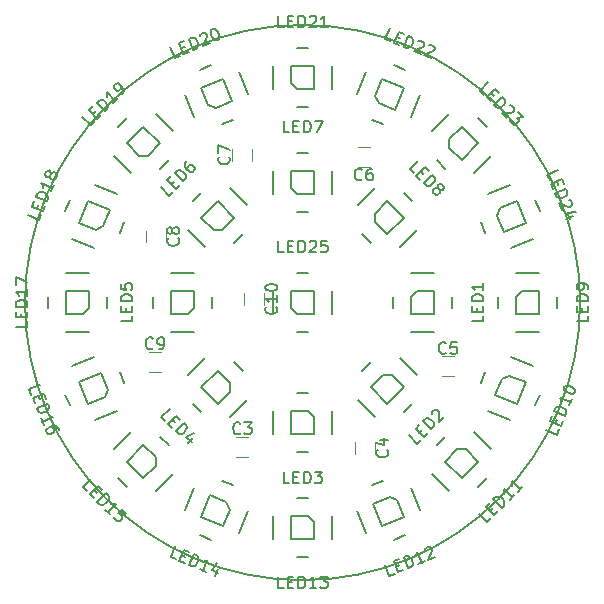
<source format=gbr>
%TF.GenerationSoftware,KiCad,Pcbnew,4.0.7+dfsg1-1*%
%TF.CreationDate,2018-03-01T17:25:55+01:00*%
%TF.ProjectId,ARC-Reactor,4152432D52656163746F722E6B696361,rev?*%
%TF.FileFunction,Legend,Top*%
%FSLAX46Y46*%
G04 Gerber Fmt 4.6, Leading zero omitted, Abs format (unit mm)*
G04 Created by KiCad (PCBNEW 4.0.7+dfsg1-1) date Thu Mar  1 17:25:55 2018*
%MOMM*%
%LPD*%
G01*
G04 APERTURE LIST*
%ADD10C,0.150000*%
%ADD11C,0.200000*%
%ADD12C,0.120000*%
G04 APERTURE END LIST*
D10*
X123500000Y-100000000D02*
G75*
G03X123500000Y-100000000I-23500000J0D01*
G01*
D11*
X111159999Y-98999999D02*
X111159999Y-100999999D01*
X111159999Y-100999999D02*
X109159999Y-100999999D01*
X109159999Y-100999999D02*
X109159999Y-99499999D01*
X109159999Y-99499999D02*
X109659999Y-98999999D01*
X109659999Y-98999999D02*
X111159999Y-98999999D01*
X111159999Y-97499999D02*
X109159999Y-97499999D01*
X107659999Y-99499999D02*
X107659999Y-100499999D01*
X111159999Y-102499999D02*
X109159999Y-102499999D01*
X112659999Y-99499999D02*
X112659999Y-100499999D01*
X108598418Y-107184204D02*
X107184204Y-108598418D01*
X107184204Y-108598418D02*
X105769990Y-107184204D01*
X105769990Y-107184204D02*
X106830651Y-106123544D01*
X106830651Y-106123544D02*
X107537757Y-106123544D01*
X107537757Y-106123544D02*
X108598418Y-107184204D01*
X109659078Y-106123544D02*
X108244864Y-104709330D01*
X105769990Y-105062884D02*
X105062884Y-105769990D01*
X106123544Y-109659078D02*
X104709330Y-108244864D01*
X109305524Y-108598418D02*
X108598418Y-109305524D01*
X100999999Y-111159999D02*
X98999999Y-111159999D01*
X98999999Y-111159999D02*
X98999999Y-109159999D01*
X98999999Y-109159999D02*
X100499999Y-109159999D01*
X100499999Y-109159999D02*
X100999999Y-109659999D01*
X100999999Y-109659999D02*
X100999999Y-111159999D01*
X102499999Y-111159999D02*
X102499999Y-109159999D01*
X100499999Y-107659999D02*
X99499999Y-107659999D01*
X97499999Y-111159999D02*
X97499999Y-109159999D01*
X100499999Y-112659999D02*
X99499999Y-112659999D01*
X92815795Y-108598418D02*
X91401581Y-107184204D01*
X91401581Y-107184204D02*
X92815795Y-105769990D01*
X92815795Y-105769990D02*
X93876455Y-106830651D01*
X93876455Y-106830651D02*
X93876455Y-107537757D01*
X93876455Y-107537757D02*
X92815795Y-108598418D01*
X93876455Y-109659078D02*
X95290669Y-108244864D01*
X94937115Y-105769990D02*
X94230009Y-105062884D01*
X90340921Y-106123544D02*
X91755135Y-104709330D01*
X91401581Y-109305524D02*
X90694475Y-108598418D01*
X88839999Y-100999999D02*
X88839999Y-98999999D01*
X88839999Y-98999999D02*
X90839999Y-98999999D01*
X90839999Y-98999999D02*
X90839999Y-100499999D01*
X90839999Y-100499999D02*
X90339999Y-100999999D01*
X90339999Y-100999999D02*
X88839999Y-100999999D01*
X88839999Y-102499999D02*
X90839999Y-102499999D01*
X92339999Y-100499999D02*
X92339999Y-99499999D01*
X88839999Y-97499999D02*
X90839999Y-97499999D01*
X87339999Y-100499999D02*
X87339999Y-99499999D01*
X91401581Y-92815795D02*
X92815795Y-91401581D01*
X92815795Y-91401581D02*
X94230009Y-92815795D01*
X94230009Y-92815795D02*
X93169348Y-93876455D01*
X93169348Y-93876455D02*
X92462242Y-93876455D01*
X92462242Y-93876455D02*
X91401581Y-92815795D01*
X90340921Y-93876455D02*
X91755135Y-95290669D01*
X94230009Y-94937115D02*
X94937115Y-94230009D01*
X93876455Y-90340921D02*
X95290669Y-91755135D01*
X90694475Y-91401581D02*
X91401581Y-90694475D01*
X98999999Y-88839999D02*
X100999999Y-88839999D01*
X100999999Y-88839999D02*
X100999999Y-90839999D01*
X100999999Y-90839999D02*
X99499999Y-90839999D01*
X99499999Y-90839999D02*
X98999999Y-90339999D01*
X98999999Y-90339999D02*
X98999999Y-88839999D01*
X97499999Y-88839999D02*
X97499999Y-90839999D01*
X99499999Y-92339999D02*
X100499999Y-92339999D01*
X102499999Y-88839999D02*
X102499999Y-90839999D01*
X99499999Y-87339999D02*
X100499999Y-87339999D01*
X107184204Y-91401581D02*
X108598418Y-92815795D01*
X108598418Y-92815795D02*
X107184204Y-94230009D01*
X107184204Y-94230009D02*
X106123544Y-93169348D01*
X106123544Y-93169348D02*
X106123544Y-92462242D01*
X106123544Y-92462242D02*
X107184204Y-91401581D01*
X106123544Y-90340921D02*
X104709330Y-91755135D01*
X105062884Y-94230009D02*
X105769990Y-94937115D01*
X109659078Y-93876455D02*
X108244864Y-95290669D01*
X108598418Y-90694475D02*
X109305524Y-91401581D01*
X120049999Y-98999999D02*
X120049999Y-100999999D01*
X120049999Y-100999999D02*
X118049999Y-100999999D01*
X118049999Y-100999999D02*
X118049999Y-99499999D01*
X118049999Y-99499999D02*
X118549999Y-98999999D01*
X118549999Y-98999999D02*
X120049999Y-98999999D01*
X120049999Y-97499999D02*
X118049999Y-97499999D01*
X116549999Y-99499999D02*
X116549999Y-100499999D01*
X120049999Y-102499999D02*
X118049999Y-102499999D01*
X121549999Y-99499999D02*
X121549999Y-100499999D01*
X118906467Y-106748923D02*
X118141100Y-108596682D01*
X118141100Y-108596682D02*
X116293341Y-107831315D01*
X116293341Y-107831315D02*
X116867366Y-106445496D01*
X116867366Y-106445496D02*
X117520648Y-106174898D01*
X117520648Y-106174898D02*
X118906467Y-106748923D01*
X119480492Y-105363104D02*
X117632733Y-104597737D01*
X115481547Y-105871471D02*
X115098863Y-106795350D01*
X117567075Y-109982501D02*
X115719316Y-109217134D01*
X120100945Y-107784888D02*
X119718261Y-108708767D01*
X114884598Y-113470384D02*
X113470384Y-114884598D01*
X113470384Y-114884598D02*
X112056170Y-113470384D01*
X112056170Y-113470384D02*
X113116831Y-112409724D01*
X113116831Y-112409724D02*
X113823937Y-112409724D01*
X113823937Y-112409724D02*
X114884598Y-113470384D01*
X115945258Y-112409724D02*
X114531044Y-110995510D01*
X112056170Y-111349064D02*
X111349064Y-112056170D01*
X112409724Y-115945258D02*
X110995510Y-114531044D01*
X115591704Y-114884598D02*
X114884598Y-115591704D01*
X108596682Y-118141100D02*
X106748923Y-118906467D01*
X106748923Y-118906467D02*
X105983556Y-117058708D01*
X105983556Y-117058708D02*
X107369375Y-116484683D01*
X107369375Y-116484683D02*
X108022657Y-116755281D01*
X108022657Y-116755281D02*
X108596682Y-118141100D01*
X109982501Y-117567075D02*
X109217134Y-115719316D01*
X106795350Y-115098863D02*
X105871471Y-115481547D01*
X105363104Y-119480492D02*
X104597737Y-117632733D01*
X108708767Y-119718261D02*
X107784888Y-120100945D01*
X100999999Y-120049999D02*
X98999999Y-120049999D01*
X98999999Y-120049999D02*
X98999999Y-118049999D01*
X98999999Y-118049999D02*
X100499999Y-118049999D01*
X100499999Y-118049999D02*
X100999999Y-118549999D01*
X100999999Y-118549999D02*
X100999999Y-120049999D01*
X102499999Y-120049999D02*
X102499999Y-118049999D01*
X100499999Y-116549999D02*
X99499999Y-116549999D01*
X97499999Y-120049999D02*
X97499999Y-118049999D01*
X100499999Y-121549999D02*
X99499999Y-121549999D01*
X93251076Y-118906467D02*
X91403317Y-118141100D01*
X91403317Y-118141100D02*
X92168684Y-116293341D01*
X92168684Y-116293341D02*
X93554503Y-116867366D01*
X93554503Y-116867366D02*
X93825101Y-117520648D01*
X93825101Y-117520648D02*
X93251076Y-118906467D01*
X94636895Y-119480492D02*
X95402262Y-117632733D01*
X94128528Y-115481547D02*
X93204649Y-115098863D01*
X90017498Y-117567075D02*
X90782865Y-115719316D01*
X92215111Y-120100945D02*
X91291232Y-119718261D01*
X86529615Y-114884598D02*
X85115401Y-113470384D01*
X85115401Y-113470384D02*
X86529615Y-112056170D01*
X86529615Y-112056170D02*
X87590275Y-113116831D01*
X87590275Y-113116831D02*
X87590275Y-113823937D01*
X87590275Y-113823937D02*
X86529615Y-114884598D01*
X87590275Y-115945258D02*
X89004489Y-114531044D01*
X88650935Y-112056170D02*
X87943829Y-111349064D01*
X84054741Y-112409724D02*
X85468955Y-110995510D01*
X85115401Y-115591704D02*
X84408295Y-114884598D01*
X81858898Y-108596682D02*
X81093531Y-106748923D01*
X81093531Y-106748923D02*
X82941290Y-105983556D01*
X82941290Y-105983556D02*
X83515315Y-107369375D01*
X83515315Y-107369375D02*
X83244717Y-108022657D01*
X83244717Y-108022657D02*
X81858898Y-108596682D01*
X82432923Y-109982501D02*
X84280682Y-109217134D01*
X84901135Y-106795350D02*
X84518451Y-105871471D01*
X80519506Y-105363104D02*
X82367265Y-104597737D01*
X80281737Y-108708767D02*
X79899053Y-107784888D01*
X79949999Y-100999999D02*
X79949999Y-98999999D01*
X79949999Y-98999999D02*
X81949999Y-98999999D01*
X81949999Y-98999999D02*
X81949999Y-100499999D01*
X81949999Y-100499999D02*
X81449999Y-100999999D01*
X81449999Y-100999999D02*
X79949999Y-100999999D01*
X79949999Y-102499999D02*
X81949999Y-102499999D01*
X83449999Y-100499999D02*
X83449999Y-99499999D01*
X79949999Y-97499999D02*
X81949999Y-97499999D01*
X78449999Y-100499999D02*
X78449999Y-99499999D01*
X81093531Y-93251076D02*
X81858898Y-91403317D01*
X81858898Y-91403317D02*
X83706657Y-92168684D01*
X83706657Y-92168684D02*
X83132632Y-93554503D01*
X83132632Y-93554503D02*
X82479350Y-93825101D01*
X82479350Y-93825101D02*
X81093531Y-93251076D01*
X80519506Y-94636895D02*
X82367265Y-95402262D01*
X84518451Y-94128528D02*
X84901135Y-93204649D01*
X82432923Y-90017498D02*
X84280682Y-90782865D01*
X79899053Y-92215111D02*
X80281737Y-91291232D01*
X85115401Y-86529615D02*
X86529615Y-85115401D01*
X86529615Y-85115401D02*
X87943829Y-86529615D01*
X87943829Y-86529615D02*
X86883168Y-87590275D01*
X86883168Y-87590275D02*
X86176062Y-87590275D01*
X86176062Y-87590275D02*
X85115401Y-86529615D01*
X84054741Y-87590275D02*
X85468955Y-89004489D01*
X87943829Y-88650935D02*
X88650935Y-87943829D01*
X87590275Y-84054741D02*
X89004489Y-85468955D01*
X84408295Y-85115401D02*
X85115401Y-84408295D01*
X91403317Y-81858898D02*
X93251076Y-81093531D01*
X93251076Y-81093531D02*
X94016443Y-82941290D01*
X94016443Y-82941290D02*
X92630624Y-83515315D01*
X92630624Y-83515315D02*
X91977342Y-83244717D01*
X91977342Y-83244717D02*
X91403317Y-81858898D01*
X90017498Y-82432923D02*
X90782865Y-84280682D01*
X93204649Y-84901135D02*
X94128528Y-84518451D01*
X94636895Y-80519506D02*
X95402262Y-82367265D01*
X91291232Y-80281737D02*
X92215111Y-79899053D01*
X98999999Y-79949999D02*
X100999999Y-79949999D01*
X100999999Y-79949999D02*
X100999999Y-81949999D01*
X100999999Y-81949999D02*
X99499999Y-81949999D01*
X99499999Y-81949999D02*
X98999999Y-81449999D01*
X98999999Y-81449999D02*
X98999999Y-79949999D01*
X97499999Y-79949999D02*
X97499999Y-81949999D01*
X99499999Y-83449999D02*
X100499999Y-83449999D01*
X102499999Y-79949999D02*
X102499999Y-81949999D01*
X99499999Y-78449999D02*
X100499999Y-78449999D01*
X106748923Y-81093531D02*
X108596682Y-81858898D01*
X108596682Y-81858898D02*
X107831315Y-83706657D01*
X107831315Y-83706657D02*
X106445496Y-83132632D01*
X106445496Y-83132632D02*
X106174898Y-82479350D01*
X106174898Y-82479350D02*
X106748923Y-81093531D01*
X105363104Y-80519506D02*
X104597737Y-82367265D01*
X105871471Y-84518451D02*
X106795350Y-84901135D01*
X109982501Y-82432923D02*
X109217134Y-84280682D01*
X107784888Y-79899053D02*
X108708767Y-80281737D01*
X113470384Y-85115401D02*
X114884598Y-86529615D01*
X114884598Y-86529615D02*
X113470384Y-87943829D01*
X113470384Y-87943829D02*
X112409724Y-86883168D01*
X112409724Y-86883168D02*
X112409724Y-86176062D01*
X112409724Y-86176062D02*
X113470384Y-85115401D01*
X112409724Y-84054741D02*
X110995510Y-85468955D01*
X111349064Y-87943829D02*
X112056170Y-88650935D01*
X115945258Y-87590275D02*
X114531044Y-89004489D01*
X114884598Y-84408295D02*
X115591704Y-85115401D01*
X118141100Y-91403317D02*
X118906467Y-93251076D01*
X118906467Y-93251076D02*
X117058708Y-94016443D01*
X117058708Y-94016443D02*
X116484683Y-92630624D01*
X116484683Y-92630624D02*
X116755281Y-91977342D01*
X116755281Y-91977342D02*
X118141100Y-91403317D01*
X117567075Y-90017498D02*
X115719316Y-90782865D01*
X115098863Y-93204649D02*
X115481547Y-94128528D01*
X119480492Y-94636895D02*
X117632733Y-95402262D01*
X119718261Y-91291232D02*
X120100945Y-92215111D01*
X99000000Y-99000000D02*
X101000000Y-99000000D01*
X101000000Y-99000000D02*
X101000000Y-101000000D01*
X101000000Y-101000000D02*
X99500000Y-101000000D01*
X99500000Y-101000000D02*
X99000000Y-100500000D01*
X99000000Y-100500000D02*
X99000000Y-99000000D01*
X97500000Y-99000000D02*
X97500000Y-101000000D01*
X99500000Y-102500000D02*
X100500000Y-102500000D01*
X102500000Y-99000000D02*
X102500000Y-101000000D01*
X99500000Y-97500000D02*
X100500000Y-97500000D01*
D12*
X95400000Y-111350000D02*
X94400000Y-111350000D01*
X94400000Y-113050000D02*
X95400000Y-113050000D01*
X106150000Y-112800000D02*
X106150000Y-111800000D01*
X104450000Y-111800000D02*
X104450000Y-112800000D01*
X112800000Y-104550000D02*
X111800000Y-104550000D01*
X111800000Y-106250000D02*
X112800000Y-106250000D01*
X104700000Y-88550000D02*
X105700000Y-88550000D01*
X105700000Y-86850000D02*
X104700000Y-86850000D01*
X94050000Y-87000000D02*
X94050000Y-88000000D01*
X95750000Y-88000000D02*
X95750000Y-87000000D01*
X88450000Y-94900000D02*
X88450000Y-93900000D01*
X86750000Y-93900000D02*
X86750000Y-94900000D01*
X88000000Y-104150000D02*
X87000000Y-104150000D01*
X87000000Y-105850000D02*
X88000000Y-105850000D01*
X96750000Y-100200000D02*
X96750000Y-99200000D01*
X95050000Y-99200000D02*
X95050000Y-100200000D01*
D11*
X115312380Y-101119046D02*
X115312380Y-101595237D01*
X114312380Y-101595237D01*
X114788570Y-100785713D02*
X114788570Y-100452379D01*
X115312380Y-100309522D02*
X115312380Y-100785713D01*
X114312380Y-100785713D01*
X114312380Y-100309522D01*
X115312380Y-99880951D02*
X114312380Y-99880951D01*
X114312380Y-99642856D01*
X114359999Y-99499998D01*
X114455237Y-99404760D01*
X114550475Y-99357141D01*
X114740951Y-99309522D01*
X114883809Y-99309522D01*
X115074285Y-99357141D01*
X115169523Y-99404760D01*
X115264761Y-99499998D01*
X115312380Y-99642856D01*
X115312380Y-99880951D01*
X115312380Y-98357141D02*
X115312380Y-98928570D01*
X115312380Y-98642856D02*
X114312380Y-98642856D01*
X114455237Y-98738094D01*
X114550475Y-98833332D01*
X114598094Y-98928570D01*
X110036202Y-111618773D02*
X109699484Y-111955491D01*
X108992377Y-111248384D01*
X109901514Y-111012682D02*
X110137217Y-110776979D01*
X110608622Y-111046353D02*
X110271904Y-111383071D01*
X109564797Y-110675965D01*
X109901515Y-110339247D01*
X110911667Y-110743308D02*
X110204561Y-110036201D01*
X110372919Y-109867843D01*
X110507607Y-109800499D01*
X110642294Y-109800499D01*
X110743309Y-109834170D01*
X110911667Y-109935185D01*
X111012683Y-110036201D01*
X111113698Y-110204560D01*
X111147370Y-110305575D01*
X111147370Y-110440262D01*
X111080026Y-110574949D01*
X110911667Y-110743308D01*
X110945339Y-109430110D02*
X110945339Y-109362766D01*
X110979011Y-109261751D01*
X111147370Y-109093392D01*
X111248385Y-109059720D01*
X111315729Y-109059720D01*
X111416744Y-109093392D01*
X111484087Y-109160735D01*
X111551431Y-109295422D01*
X111551431Y-110103545D01*
X111989164Y-109665812D01*
X98880952Y-115312380D02*
X98404761Y-115312380D01*
X98404761Y-114312380D01*
X99214285Y-114788570D02*
X99547619Y-114788570D01*
X99690476Y-115312380D02*
X99214285Y-115312380D01*
X99214285Y-114312380D01*
X99690476Y-114312380D01*
X100119047Y-115312380D02*
X100119047Y-114312380D01*
X100357142Y-114312380D01*
X100500000Y-114359999D01*
X100595238Y-114455237D01*
X100642857Y-114550475D01*
X100690476Y-114740951D01*
X100690476Y-114883809D01*
X100642857Y-115074285D01*
X100595238Y-115169523D01*
X100500000Y-115264761D01*
X100357142Y-115312380D01*
X100119047Y-115312380D01*
X101023809Y-114312380D02*
X101642857Y-114312380D01*
X101309523Y-114693332D01*
X101452381Y-114693332D01*
X101547619Y-114740951D01*
X101595238Y-114788570D01*
X101642857Y-114883809D01*
X101642857Y-115121904D01*
X101595238Y-115217142D01*
X101547619Y-115264761D01*
X101452381Y-115312380D01*
X101166666Y-115312380D01*
X101071428Y-115264761D01*
X101023809Y-115217142D01*
X88381226Y-110036202D02*
X88044508Y-109699484D01*
X88751615Y-108992377D01*
X88987317Y-109901514D02*
X89223020Y-110137217D01*
X88953646Y-110608622D02*
X88616928Y-110271904D01*
X89324034Y-109564797D01*
X89660752Y-109901515D01*
X89256691Y-110911667D02*
X89963798Y-110204561D01*
X90132156Y-110372919D01*
X90199500Y-110507607D01*
X90199500Y-110642294D01*
X90165829Y-110743309D01*
X90064814Y-110911667D01*
X89963798Y-111012683D01*
X89795439Y-111113698D01*
X89694424Y-111147370D01*
X89559737Y-111147370D01*
X89425050Y-111080026D01*
X89256691Y-110911667D01*
X90738249Y-111450416D02*
X90266844Y-111921820D01*
X90839263Y-111012682D02*
X90165828Y-111349400D01*
X90603561Y-111787133D01*
X85592380Y-101119046D02*
X85592380Y-101595237D01*
X84592380Y-101595237D01*
X85068570Y-100785713D02*
X85068570Y-100452379D01*
X85592380Y-100309522D02*
X85592380Y-100785713D01*
X84592380Y-100785713D01*
X84592380Y-100309522D01*
X85592380Y-99880951D02*
X84592380Y-99880951D01*
X84592380Y-99642856D01*
X84639999Y-99499998D01*
X84735237Y-99404760D01*
X84830475Y-99357141D01*
X85020951Y-99309522D01*
X85163809Y-99309522D01*
X85354285Y-99357141D01*
X85449523Y-99404760D01*
X85544761Y-99499998D01*
X85592380Y-99642856D01*
X85592380Y-99880951D01*
X84592380Y-98404760D02*
X84592380Y-98880951D01*
X85068570Y-98928570D01*
X85020951Y-98880951D01*
X84973332Y-98785713D01*
X84973332Y-98547617D01*
X85020951Y-98452379D01*
X85068570Y-98404760D01*
X85163809Y-98357141D01*
X85401904Y-98357141D01*
X85497142Y-98404760D01*
X85544761Y-98452379D01*
X85592380Y-98547617D01*
X85592380Y-98785713D01*
X85544761Y-98880951D01*
X85497142Y-98928570D01*
X89020989Y-90603560D02*
X88684271Y-90940278D01*
X87977164Y-90233171D01*
X88886301Y-89997469D02*
X89122004Y-89761766D01*
X89593409Y-90031140D02*
X89256691Y-90367858D01*
X88549584Y-89660752D01*
X88886302Y-89324034D01*
X89896454Y-89728095D02*
X89189348Y-89020988D01*
X89357706Y-88852630D01*
X89492394Y-88785286D01*
X89627081Y-88785286D01*
X89728096Y-88818957D01*
X89896454Y-88919972D01*
X89997470Y-89020988D01*
X90098485Y-89189347D01*
X90132157Y-89290362D01*
X90132157Y-89425049D01*
X90064813Y-89559736D01*
X89896454Y-89728095D01*
X90199500Y-88010835D02*
X90064813Y-88145523D01*
X90031141Y-88246538D01*
X90031141Y-88313881D01*
X90064813Y-88482240D01*
X90165828Y-88650599D01*
X90435203Y-88919973D01*
X90536218Y-88953645D01*
X90603561Y-88953645D01*
X90704576Y-88919973D01*
X90839264Y-88785286D01*
X90872936Y-88684270D01*
X90872936Y-88616927D01*
X90839264Y-88515912D01*
X90670905Y-88347553D01*
X90569889Y-88313881D01*
X90502546Y-88313881D01*
X90401531Y-88347552D01*
X90266843Y-88482240D01*
X90233171Y-88583255D01*
X90233171Y-88650599D01*
X90266844Y-88751615D01*
X98880952Y-85592380D02*
X98404761Y-85592380D01*
X98404761Y-84592380D01*
X99214285Y-85068570D02*
X99547619Y-85068570D01*
X99690476Y-85592380D02*
X99214285Y-85592380D01*
X99214285Y-84592380D01*
X99690476Y-84592380D01*
X100119047Y-85592380D02*
X100119047Y-84592380D01*
X100357142Y-84592380D01*
X100500000Y-84639999D01*
X100595238Y-84735237D01*
X100642857Y-84830475D01*
X100690476Y-85020951D01*
X100690476Y-85163809D01*
X100642857Y-85354285D01*
X100595238Y-85449523D01*
X100500000Y-85544761D01*
X100357142Y-85592380D01*
X100119047Y-85592380D01*
X101023809Y-84592380D02*
X101690476Y-84592380D01*
X101261904Y-85592380D01*
X109396439Y-89020989D02*
X109059721Y-88684271D01*
X109766828Y-87977164D01*
X110002530Y-88886301D02*
X110238233Y-89122004D01*
X109968859Y-89593409D02*
X109632141Y-89256691D01*
X110339247Y-88549584D01*
X110675965Y-88886302D01*
X110271904Y-89896454D02*
X110979011Y-89189348D01*
X111147369Y-89357706D01*
X111214713Y-89492394D01*
X111214713Y-89627081D01*
X111181042Y-89728096D01*
X111080027Y-89896454D01*
X110979011Y-89997470D01*
X110810652Y-90098485D01*
X110709637Y-90132157D01*
X110574950Y-90132157D01*
X110440263Y-90064813D01*
X110271904Y-89896454D01*
X111484087Y-90300515D02*
X111450416Y-90199500D01*
X111450416Y-90132156D01*
X111484087Y-90031141D01*
X111517759Y-89997469D01*
X111618774Y-89963798D01*
X111686118Y-89963798D01*
X111787133Y-89997469D01*
X111921820Y-90132157D01*
X111955492Y-90233172D01*
X111955492Y-90300516D01*
X111921820Y-90401531D01*
X111888149Y-90435203D01*
X111787133Y-90468874D01*
X111719790Y-90468874D01*
X111618775Y-90435203D01*
X111484087Y-90300515D01*
X111383072Y-90266843D01*
X111315729Y-90266843D01*
X111214713Y-90300516D01*
X111080026Y-90435203D01*
X111046354Y-90536218D01*
X111046354Y-90603561D01*
X111080026Y-90704576D01*
X111214713Y-90839264D01*
X111315729Y-90872936D01*
X111383072Y-90872936D01*
X111484087Y-90839264D01*
X111618774Y-90704577D01*
X111652447Y-90603561D01*
X111652447Y-90536218D01*
X111618775Y-90435203D01*
X124202380Y-101119046D02*
X124202380Y-101595237D01*
X123202380Y-101595237D01*
X123678570Y-100785713D02*
X123678570Y-100452379D01*
X124202380Y-100309522D02*
X124202380Y-100785713D01*
X123202380Y-100785713D01*
X123202380Y-100309522D01*
X124202380Y-99880951D02*
X123202380Y-99880951D01*
X123202380Y-99642856D01*
X123249999Y-99499998D01*
X123345237Y-99404760D01*
X123440475Y-99357141D01*
X123630951Y-99309522D01*
X123773809Y-99309522D01*
X123964285Y-99357141D01*
X124059523Y-99404760D01*
X124154761Y-99499998D01*
X124202380Y-99642856D01*
X124202380Y-99880951D01*
X124202380Y-98833332D02*
X124202380Y-98642856D01*
X124154761Y-98547617D01*
X124107142Y-98499998D01*
X123964285Y-98404760D01*
X123773809Y-98357141D01*
X123392856Y-98357141D01*
X123297618Y-98404760D01*
X123249999Y-98452379D01*
X123202380Y-98547617D01*
X123202380Y-98738094D01*
X123249999Y-98833332D01*
X123297618Y-98880951D01*
X123392856Y-98928570D01*
X123630951Y-98928570D01*
X123726189Y-98880951D01*
X123773809Y-98833332D01*
X123821428Y-98738094D01*
X123821428Y-98547617D01*
X123773809Y-98452379D01*
X123726189Y-98404760D01*
X123630951Y-98357141D01*
X121749612Y-110735657D02*
X121567382Y-111175601D01*
X120643502Y-110792917D01*
X121393236Y-110227245D02*
X121520797Y-109919284D01*
X122059404Y-109987755D02*
X121877173Y-110427698D01*
X120953294Y-110045014D01*
X121135524Y-109605071D01*
X122223411Y-109591807D02*
X121299531Y-109209123D01*
X121390646Y-108989152D01*
X121489310Y-108875392D01*
X121613744Y-108823849D01*
X121719956Y-108816301D01*
X121914156Y-108845199D01*
X122046139Y-108899868D01*
X122203893Y-109016754D01*
X122273659Y-109097195D01*
X122325201Y-109221629D01*
X122314526Y-109371836D01*
X122223411Y-109591807D01*
X122806548Y-108183990D02*
X122587871Y-108711922D01*
X122697209Y-108447956D02*
X121773330Y-108065273D01*
X121868866Y-108207930D01*
X121920409Y-108332365D01*
X121927957Y-108438576D01*
X122119567Y-107229382D02*
X122156014Y-107141392D01*
X122236454Y-107071627D01*
X122298671Y-107045856D01*
X122404882Y-107038307D01*
X122599082Y-107067205D01*
X122819054Y-107158321D01*
X122976808Y-107275207D01*
X123046574Y-107355647D01*
X123072345Y-107417864D01*
X123079893Y-107524076D01*
X123043447Y-107612065D01*
X122963006Y-107681831D01*
X122900789Y-107707602D01*
X122794578Y-107715150D01*
X122600378Y-107686252D01*
X122380406Y-107595137D01*
X122222652Y-107478251D01*
X122152887Y-107397810D01*
X122127115Y-107335593D01*
X122119567Y-107229382D01*
X115985664Y-118241671D02*
X115648946Y-118578389D01*
X114941839Y-117871282D01*
X115850976Y-117635580D02*
X116086679Y-117399877D01*
X116558084Y-117669251D02*
X116221366Y-118005969D01*
X115514259Y-117298862D01*
X115850977Y-116962145D01*
X116861129Y-117366206D02*
X116154023Y-116659099D01*
X116322381Y-116490741D01*
X116457069Y-116423396D01*
X116591756Y-116423396D01*
X116692771Y-116457068D01*
X116861129Y-116558083D01*
X116962145Y-116659099D01*
X117063160Y-116827458D01*
X117096832Y-116928473D01*
X117096832Y-117063160D01*
X117029488Y-117197847D01*
X116861129Y-117366206D01*
X117938626Y-116288710D02*
X117534564Y-116692771D01*
X117736595Y-116490741D02*
X117029488Y-115783634D01*
X117063160Y-115951992D01*
X117063160Y-116086679D01*
X117029488Y-116187694D01*
X118612061Y-115615274D02*
X118208000Y-116019336D01*
X118410030Y-115817305D02*
X117702923Y-115110199D01*
X117736595Y-115278557D01*
X117736595Y-115413244D01*
X117702923Y-115514259D01*
X107788042Y-122970555D02*
X107348099Y-123152785D01*
X106965415Y-122228906D01*
X107895548Y-122359056D02*
X108203509Y-122231495D01*
X108535945Y-122660763D02*
X108096002Y-122842994D01*
X107713318Y-121919114D01*
X108153261Y-121736884D01*
X108931893Y-122496756D02*
X108549209Y-121572877D01*
X108769180Y-121481762D01*
X108919387Y-121471087D01*
X109043821Y-121522629D01*
X109124262Y-121592394D01*
X109241148Y-121750148D01*
X109295817Y-121882132D01*
X109324715Y-122076332D01*
X109317167Y-122182543D01*
X109265624Y-122306978D01*
X109151864Y-122405641D01*
X108931893Y-122496756D01*
X110339709Y-121913619D02*
X109811778Y-122132296D01*
X110075743Y-122022958D02*
X109693060Y-121099078D01*
X109659740Y-121267507D01*
X109608198Y-121391941D01*
X109538433Y-121472382D01*
X110345426Y-120931944D02*
X110371197Y-120869727D01*
X110440962Y-120789287D01*
X110660934Y-120698171D01*
X110767146Y-120705720D01*
X110829363Y-120731491D01*
X110909803Y-120801256D01*
X110946249Y-120889245D01*
X110956924Y-121039450D01*
X110647669Y-121786058D01*
X111219595Y-121549159D01*
X98404761Y-124202380D02*
X97928570Y-124202380D01*
X97928570Y-123202380D01*
X98738094Y-123678570D02*
X99071428Y-123678570D01*
X99214285Y-124202380D02*
X98738094Y-124202380D01*
X98738094Y-123202380D01*
X99214285Y-123202380D01*
X99642856Y-124202380D02*
X99642856Y-123202380D01*
X99880951Y-123202380D01*
X100023809Y-123249999D01*
X100119047Y-123345237D01*
X100166666Y-123440475D01*
X100214285Y-123630951D01*
X100214285Y-123773809D01*
X100166666Y-123964285D01*
X100119047Y-124059523D01*
X100023809Y-124154761D01*
X99880951Y-124202380D01*
X99642856Y-124202380D01*
X101166666Y-124202380D02*
X100595237Y-124202380D01*
X100880951Y-124202380D02*
X100880951Y-123202380D01*
X100785713Y-123345237D01*
X100690475Y-123440475D01*
X100595237Y-123488094D01*
X101499999Y-123202380D02*
X102119047Y-123202380D01*
X101785713Y-123583332D01*
X101928571Y-123583332D01*
X102023809Y-123630951D01*
X102071428Y-123678570D01*
X102119047Y-123773809D01*
X102119047Y-124011904D01*
X102071428Y-124107142D01*
X102023809Y-124154761D01*
X101928571Y-124202380D01*
X101642856Y-124202380D01*
X101547618Y-124154761D01*
X101499999Y-124107142D01*
X89264342Y-121749612D02*
X88824398Y-121567382D01*
X89207082Y-120643502D01*
X89772754Y-121393236D02*
X90080715Y-121520797D01*
X90012244Y-122059404D02*
X89572301Y-121877173D01*
X89954985Y-120953294D01*
X90394928Y-121135524D01*
X90408192Y-122223411D02*
X90790876Y-121299531D01*
X91010847Y-121390646D01*
X91124607Y-121489310D01*
X91176150Y-121613744D01*
X91183698Y-121719956D01*
X91154800Y-121914156D01*
X91100131Y-122046139D01*
X90983245Y-122203893D01*
X90902804Y-122273659D01*
X90778370Y-122325201D01*
X90628163Y-122314526D01*
X90408192Y-122223411D01*
X91816009Y-122806548D02*
X91288077Y-122587871D01*
X91552043Y-122697209D02*
X91934726Y-121773330D01*
X91792069Y-121868866D01*
X91667634Y-121920409D01*
X91561423Y-121927957D01*
X92863028Y-122518642D02*
X92607906Y-123134562D01*
X92788840Y-122075573D02*
X92295524Y-122644372D01*
X92867450Y-122881272D01*
X81758328Y-115985664D02*
X81421610Y-115648946D01*
X82128717Y-114941839D01*
X82364419Y-115850976D02*
X82600122Y-116086679D01*
X82330748Y-116558084D02*
X81994030Y-116221366D01*
X82701137Y-115514259D01*
X83037854Y-115850977D01*
X82633793Y-116861129D02*
X83340900Y-116154023D01*
X83509258Y-116322381D01*
X83576603Y-116457069D01*
X83576603Y-116591756D01*
X83542931Y-116692771D01*
X83441916Y-116861129D01*
X83340900Y-116962145D01*
X83172541Y-117063160D01*
X83071526Y-117096832D01*
X82936839Y-117096832D01*
X82802152Y-117029488D01*
X82633793Y-116861129D01*
X83711289Y-117938626D02*
X83307228Y-117534564D01*
X83509258Y-117736595D02*
X84216365Y-117029488D01*
X84048007Y-117063160D01*
X83913320Y-117063160D01*
X83812305Y-117029488D01*
X85058160Y-117871282D02*
X84721442Y-117534564D01*
X84351053Y-117837610D01*
X84418396Y-117837610D01*
X84519411Y-117871282D01*
X84687771Y-118039641D01*
X84721442Y-118140656D01*
X84721442Y-118208000D01*
X84687770Y-118309015D01*
X84519411Y-118477374D01*
X84418396Y-118511046D01*
X84351053Y-118511046D01*
X84250038Y-118477374D01*
X84081678Y-118309015D01*
X84048007Y-118208000D01*
X84048007Y-118140656D01*
X77029443Y-107788042D02*
X76847213Y-107348099D01*
X77771092Y-106965415D01*
X77640942Y-107895548D02*
X77768503Y-108203509D01*
X77339235Y-108535945D02*
X77157004Y-108096002D01*
X78080884Y-107713318D01*
X78263114Y-108153261D01*
X77503242Y-108931893D02*
X78427121Y-108549209D01*
X78518236Y-108769180D01*
X78528911Y-108919387D01*
X78477369Y-109043821D01*
X78407604Y-109124262D01*
X78249850Y-109241148D01*
X78117866Y-109295817D01*
X77923666Y-109324715D01*
X77817455Y-109317167D01*
X77693020Y-109265624D01*
X77594357Y-109151864D01*
X77503242Y-108931893D01*
X78086379Y-110339709D02*
X77867702Y-109811778D01*
X77977040Y-110075743D02*
X78900920Y-109693060D01*
X78732491Y-109659740D01*
X78608057Y-109608198D01*
X78527616Y-109538433D01*
X79338273Y-110748923D02*
X79265380Y-110572945D01*
X79184940Y-110503180D01*
X79122723Y-110477408D01*
X78954294Y-110444089D01*
X78760094Y-110472987D01*
X78408139Y-110618771D01*
X78338374Y-110699211D01*
X78312603Y-110761429D01*
X78305055Y-110867640D01*
X78377947Y-111043618D01*
X78458387Y-111113383D01*
X78520604Y-111139155D01*
X78626816Y-111146703D01*
X78846787Y-111055588D01*
X78916553Y-110975147D01*
X78942325Y-110912930D01*
X78949873Y-110806718D01*
X78876980Y-110630741D01*
X78796540Y-110560975D01*
X78734323Y-110535204D01*
X78628111Y-110527656D01*
X76702380Y-101595237D02*
X76702380Y-102071428D01*
X75702380Y-102071428D01*
X76178570Y-101261904D02*
X76178570Y-100928570D01*
X76702380Y-100785713D02*
X76702380Y-101261904D01*
X75702380Y-101261904D01*
X75702380Y-100785713D01*
X76702380Y-100357142D02*
X75702380Y-100357142D01*
X75702380Y-100119047D01*
X75749999Y-99976189D01*
X75845237Y-99880951D01*
X75940475Y-99833332D01*
X76130951Y-99785713D01*
X76273809Y-99785713D01*
X76464285Y-99833332D01*
X76559523Y-99880951D01*
X76654761Y-99976189D01*
X76702380Y-100119047D01*
X76702380Y-100357142D01*
X76702380Y-98833332D02*
X76702380Y-99404761D01*
X76702380Y-99119047D02*
X75702380Y-99119047D01*
X75845237Y-99214285D01*
X75940475Y-99309523D01*
X75988094Y-99404761D01*
X75702380Y-98499999D02*
X75702380Y-97833332D01*
X76702380Y-98261904D01*
X77865334Y-92558194D02*
X77683104Y-92998138D01*
X76759224Y-92615454D01*
X77508958Y-92049782D02*
X77636519Y-91741821D01*
X78175126Y-91810292D02*
X77992895Y-92250235D01*
X77069016Y-91867551D01*
X77251246Y-91427608D01*
X78339133Y-91414344D02*
X77415253Y-91031660D01*
X77506368Y-90811689D01*
X77605032Y-90697929D01*
X77729466Y-90646386D01*
X77835678Y-90638838D01*
X78029878Y-90667736D01*
X78161861Y-90722405D01*
X78319615Y-90839291D01*
X78389381Y-90919732D01*
X78440923Y-91044166D01*
X78430248Y-91194373D01*
X78339133Y-91414344D01*
X78922270Y-90006527D02*
X78703593Y-90534459D01*
X78812931Y-90270493D02*
X77889052Y-89887810D01*
X77984588Y-90030467D01*
X78036131Y-90154902D01*
X78043679Y-90261113D01*
X78613014Y-89259920D02*
X78532574Y-89329685D01*
X78470357Y-89355457D01*
X78364145Y-89363005D01*
X78320151Y-89344782D01*
X78250386Y-89264342D01*
X78224614Y-89202124D01*
X78217066Y-89095913D01*
X78289959Y-88919935D01*
X78370399Y-88850170D01*
X78432616Y-88824398D01*
X78538827Y-88816850D01*
X78582822Y-88835073D01*
X78652587Y-88915513D01*
X78678358Y-88977731D01*
X78685907Y-89083942D01*
X78613014Y-89259920D01*
X78620562Y-89366131D01*
X78646334Y-89428349D01*
X78716100Y-89508789D01*
X78892077Y-89581681D01*
X78998288Y-89574133D01*
X79060505Y-89548362D01*
X79140946Y-89478596D01*
X79213838Y-89302619D01*
X79206290Y-89196407D01*
X79180519Y-89134190D01*
X79110753Y-89053750D01*
X78934776Y-88980858D01*
X78828564Y-88988405D01*
X78766347Y-89014177D01*
X78685907Y-89083942D01*
X82398091Y-84654098D02*
X82061373Y-84990816D01*
X81354266Y-84283709D01*
X82263403Y-84048007D02*
X82499106Y-83812304D01*
X82970511Y-84081678D02*
X82633793Y-84418396D01*
X81926686Y-83711289D01*
X82263404Y-83374572D01*
X83273556Y-83778633D02*
X82566450Y-83071526D01*
X82734808Y-82903168D01*
X82869496Y-82835823D01*
X83004183Y-82835823D01*
X83105198Y-82869495D01*
X83273556Y-82970510D01*
X83374572Y-83071526D01*
X83475587Y-83239885D01*
X83509259Y-83340900D01*
X83509259Y-83475587D01*
X83441915Y-83610274D01*
X83273556Y-83778633D01*
X84351053Y-82701137D02*
X83946991Y-83105198D01*
X84149022Y-82903168D02*
X83441915Y-82196061D01*
X83475587Y-82364419D01*
X83475587Y-82499106D01*
X83441915Y-82600121D01*
X84687770Y-82364419D02*
X84822457Y-82229732D01*
X84856129Y-82128717D01*
X84856129Y-82061373D01*
X84822458Y-81893015D01*
X84721442Y-81724656D01*
X84452068Y-81455282D01*
X84351053Y-81421610D01*
X84283709Y-81421610D01*
X84182694Y-81455282D01*
X84048007Y-81589969D01*
X84014335Y-81690984D01*
X84014335Y-81758328D01*
X84048007Y-81859343D01*
X84216365Y-82027701D01*
X84317380Y-82061373D01*
X84384725Y-82061374D01*
X84485740Y-82027702D01*
X84620427Y-81893015D01*
X84654099Y-81791999D01*
X84654098Y-81724655D01*
X84620427Y-81623640D01*
X89610579Y-79086277D02*
X89170636Y-79268507D01*
X88787952Y-78344628D01*
X89718085Y-78474778D02*
X90026046Y-78347217D01*
X90358482Y-78776485D02*
X89918539Y-78958716D01*
X89535855Y-78034836D01*
X89975798Y-77852606D01*
X90754430Y-78612478D02*
X90371746Y-77688599D01*
X90591717Y-77597484D01*
X90741924Y-77586809D01*
X90866358Y-77638351D01*
X90946799Y-77708116D01*
X91063685Y-77865870D01*
X91118354Y-77997854D01*
X91147252Y-78192054D01*
X91139704Y-78298265D01*
X91088161Y-78422700D01*
X90974401Y-78521363D01*
X90754430Y-78612478D01*
X91288077Y-77412127D02*
X91313849Y-77349910D01*
X91383614Y-77269469D01*
X91603586Y-77178354D01*
X91709798Y-77185902D01*
X91772015Y-77211673D01*
X91852455Y-77281439D01*
X91888901Y-77369427D01*
X91899576Y-77519633D01*
X91590321Y-78266241D01*
X92162246Y-78029341D01*
X92351488Y-76868563D02*
X92439477Y-76832116D01*
X92545689Y-76839665D01*
X92607906Y-76865436D01*
X92688346Y-76935201D01*
X92805232Y-77092955D01*
X92896348Y-77312927D01*
X92925246Y-77507127D01*
X92917697Y-77613339D01*
X92891926Y-77675556D01*
X92822161Y-77755996D01*
X92734171Y-77792442D01*
X92627960Y-77784894D01*
X92565743Y-77759123D01*
X92485302Y-77689358D01*
X92368416Y-77531604D01*
X92277301Y-77311632D01*
X92248403Y-77117432D01*
X92255951Y-77011220D01*
X92281722Y-76949003D01*
X92351488Y-76868563D01*
X98404761Y-76702380D02*
X97928570Y-76702380D01*
X97928570Y-75702380D01*
X98738094Y-76178570D02*
X99071428Y-76178570D01*
X99214285Y-76702380D02*
X98738094Y-76702380D01*
X98738094Y-75702380D01*
X99214285Y-75702380D01*
X99642856Y-76702380D02*
X99642856Y-75702380D01*
X99880951Y-75702380D01*
X100023809Y-75749999D01*
X100119047Y-75845237D01*
X100166666Y-75940475D01*
X100214285Y-76130951D01*
X100214285Y-76273809D01*
X100166666Y-76464285D01*
X100119047Y-76559523D01*
X100023809Y-76654761D01*
X99880951Y-76702380D01*
X99642856Y-76702380D01*
X100595237Y-75797618D02*
X100642856Y-75749999D01*
X100738094Y-75702380D01*
X100976190Y-75702380D01*
X101071428Y-75749999D01*
X101119047Y-75797618D01*
X101166666Y-75892856D01*
X101166666Y-75988094D01*
X101119047Y-76130951D01*
X100547618Y-76702380D01*
X101166666Y-76702380D01*
X102119047Y-76702380D02*
X101547618Y-76702380D01*
X101833332Y-76702380D02*
X101833332Y-75702380D01*
X101738094Y-75845237D01*
X101642856Y-75940475D01*
X101547618Y-75988094D01*
X107441805Y-77865334D02*
X107001861Y-77683104D01*
X107384545Y-76759224D01*
X107950217Y-77508958D02*
X108258178Y-77636519D01*
X108189707Y-78175126D02*
X107749764Y-77992895D01*
X108132448Y-77069016D01*
X108572391Y-77251246D01*
X108585655Y-78339133D02*
X108968339Y-77415253D01*
X109188310Y-77506368D01*
X109302070Y-77605032D01*
X109353613Y-77729466D01*
X109361161Y-77835678D01*
X109332263Y-78029878D01*
X109277594Y-78161861D01*
X109160708Y-78319615D01*
X109080267Y-78389381D01*
X108955833Y-78440923D01*
X108805626Y-78430248D01*
X108585655Y-78339133D01*
X109811778Y-77867702D02*
X109873995Y-77841931D01*
X109980207Y-77834383D01*
X110200179Y-77925498D01*
X110269944Y-78005938D01*
X110295715Y-78068156D01*
X110303263Y-78174367D01*
X110266817Y-78262355D01*
X110168154Y-78376115D01*
X109421546Y-78685370D01*
X109993472Y-78922270D01*
X110691663Y-78232163D02*
X110753880Y-78206391D01*
X110860092Y-78198843D01*
X111080064Y-78289959D01*
X111149829Y-78370399D01*
X111175601Y-78432616D01*
X111183149Y-78538827D01*
X111146703Y-78626816D01*
X111048040Y-78740576D01*
X110301432Y-79049831D01*
X110873357Y-79286730D01*
X115345901Y-82398091D02*
X115009183Y-82061373D01*
X115716290Y-81354266D01*
X115951992Y-82263403D02*
X116187695Y-82499106D01*
X115918321Y-82970511D02*
X115581603Y-82633793D01*
X116288710Y-81926686D01*
X116625427Y-82263404D01*
X116221366Y-83273556D02*
X116928473Y-82566450D01*
X117096831Y-82734808D01*
X117164176Y-82869496D01*
X117164176Y-83004183D01*
X117130504Y-83105198D01*
X117029489Y-83273556D01*
X116928473Y-83374572D01*
X116760114Y-83475587D01*
X116659099Y-83509259D01*
X116524412Y-83509259D01*
X116389725Y-83441915D01*
X116221366Y-83273556D01*
X117534564Y-83307228D02*
X117601908Y-83307228D01*
X117702923Y-83340900D01*
X117871282Y-83509259D01*
X117904954Y-83610274D01*
X117904954Y-83677618D01*
X117871282Y-83778633D01*
X117803939Y-83845976D01*
X117669252Y-83913320D01*
X116861129Y-83913320D01*
X117298862Y-84351053D01*
X118241671Y-83879648D02*
X118679404Y-84317381D01*
X118174328Y-84351052D01*
X118275344Y-84452068D01*
X118309015Y-84553083D01*
X118309015Y-84620427D01*
X118275343Y-84721442D01*
X118106984Y-84889801D01*
X118005969Y-84923473D01*
X117938626Y-84923473D01*
X117837611Y-84889801D01*
X117635580Y-84687770D01*
X117601908Y-84586755D01*
X117601908Y-84519411D01*
X120913721Y-89610579D02*
X120731491Y-89170636D01*
X121655370Y-88787952D01*
X121525220Y-89718085D02*
X121652781Y-90026046D01*
X121223513Y-90358482D02*
X121041282Y-89918539D01*
X121965162Y-89535855D01*
X122147392Y-89975798D01*
X121387520Y-90754430D02*
X122311399Y-90371746D01*
X122402514Y-90591717D01*
X122413189Y-90741924D01*
X122361647Y-90866358D01*
X122291882Y-90946799D01*
X122134128Y-91063685D01*
X122002144Y-91118354D01*
X121807944Y-91147252D01*
X121701733Y-91139704D01*
X121577298Y-91088161D01*
X121478635Y-90974401D01*
X121387520Y-90754430D01*
X122587871Y-91288077D02*
X122650088Y-91313849D01*
X122730529Y-91383614D01*
X122821644Y-91603586D01*
X122814096Y-91709798D01*
X122788325Y-91772015D01*
X122718559Y-91852455D01*
X122630571Y-91888901D01*
X122480365Y-91899576D01*
X121733757Y-91590321D01*
X121970657Y-92162246D01*
X122914591Y-92699021D02*
X122298671Y-92954143D01*
X123175429Y-92333265D02*
X122424400Y-92386639D01*
X122661300Y-92958565D01*
X98404762Y-95752381D02*
X97928571Y-95752381D01*
X97928571Y-94752381D01*
X98738095Y-95228571D02*
X99071429Y-95228571D01*
X99214286Y-95752381D02*
X98738095Y-95752381D01*
X98738095Y-94752381D01*
X99214286Y-94752381D01*
X99642857Y-95752381D02*
X99642857Y-94752381D01*
X99880952Y-94752381D01*
X100023810Y-94800000D01*
X100119048Y-94895238D01*
X100166667Y-94990476D01*
X100214286Y-95180952D01*
X100214286Y-95323810D01*
X100166667Y-95514286D01*
X100119048Y-95609524D01*
X100023810Y-95704762D01*
X99880952Y-95752381D01*
X99642857Y-95752381D01*
X100595238Y-94847619D02*
X100642857Y-94800000D01*
X100738095Y-94752381D01*
X100976191Y-94752381D01*
X101071429Y-94800000D01*
X101119048Y-94847619D01*
X101166667Y-94942857D01*
X101166667Y-95038095D01*
X101119048Y-95180952D01*
X100547619Y-95752381D01*
X101166667Y-95752381D01*
X102071429Y-94752381D02*
X101595238Y-94752381D01*
X101547619Y-95228571D01*
X101595238Y-95180952D01*
X101690476Y-95133333D01*
X101928572Y-95133333D01*
X102023810Y-95180952D01*
X102071429Y-95228571D01*
X102119048Y-95323810D01*
X102119048Y-95561905D01*
X102071429Y-95657143D01*
X102023810Y-95704762D01*
X101928572Y-95752381D01*
X101690476Y-95752381D01*
X101595238Y-95704762D01*
X101547619Y-95657143D01*
D10*
X94733334Y-111057143D02*
X94685715Y-111104762D01*
X94542858Y-111152381D01*
X94447620Y-111152381D01*
X94304762Y-111104762D01*
X94209524Y-111009524D01*
X94161905Y-110914286D01*
X94114286Y-110723810D01*
X94114286Y-110580952D01*
X94161905Y-110390476D01*
X94209524Y-110295238D01*
X94304762Y-110200000D01*
X94447620Y-110152381D01*
X94542858Y-110152381D01*
X94685715Y-110200000D01*
X94733334Y-110247619D01*
X95066667Y-110152381D02*
X95685715Y-110152381D01*
X95352381Y-110533333D01*
X95495239Y-110533333D01*
X95590477Y-110580952D01*
X95638096Y-110628571D01*
X95685715Y-110723810D01*
X95685715Y-110961905D01*
X95638096Y-111057143D01*
X95590477Y-111104762D01*
X95495239Y-111152381D01*
X95209524Y-111152381D01*
X95114286Y-111104762D01*
X95066667Y-111057143D01*
X107157143Y-112466666D02*
X107204762Y-112514285D01*
X107252381Y-112657142D01*
X107252381Y-112752380D01*
X107204762Y-112895238D01*
X107109524Y-112990476D01*
X107014286Y-113038095D01*
X106823810Y-113085714D01*
X106680952Y-113085714D01*
X106490476Y-113038095D01*
X106395238Y-112990476D01*
X106300000Y-112895238D01*
X106252381Y-112752380D01*
X106252381Y-112657142D01*
X106300000Y-112514285D01*
X106347619Y-112466666D01*
X106585714Y-111609523D02*
X107252381Y-111609523D01*
X106204762Y-111847619D02*
X106919048Y-112085714D01*
X106919048Y-111466666D01*
X112133334Y-104257143D02*
X112085715Y-104304762D01*
X111942858Y-104352381D01*
X111847620Y-104352381D01*
X111704762Y-104304762D01*
X111609524Y-104209524D01*
X111561905Y-104114286D01*
X111514286Y-103923810D01*
X111514286Y-103780952D01*
X111561905Y-103590476D01*
X111609524Y-103495238D01*
X111704762Y-103400000D01*
X111847620Y-103352381D01*
X111942858Y-103352381D01*
X112085715Y-103400000D01*
X112133334Y-103447619D01*
X113038096Y-103352381D02*
X112561905Y-103352381D01*
X112514286Y-103828571D01*
X112561905Y-103780952D01*
X112657143Y-103733333D01*
X112895239Y-103733333D01*
X112990477Y-103780952D01*
X113038096Y-103828571D01*
X113085715Y-103923810D01*
X113085715Y-104161905D01*
X113038096Y-104257143D01*
X112990477Y-104304762D01*
X112895239Y-104352381D01*
X112657143Y-104352381D01*
X112561905Y-104304762D01*
X112514286Y-104257143D01*
X105033334Y-89557143D02*
X104985715Y-89604762D01*
X104842858Y-89652381D01*
X104747620Y-89652381D01*
X104604762Y-89604762D01*
X104509524Y-89509524D01*
X104461905Y-89414286D01*
X104414286Y-89223810D01*
X104414286Y-89080952D01*
X104461905Y-88890476D01*
X104509524Y-88795238D01*
X104604762Y-88700000D01*
X104747620Y-88652381D01*
X104842858Y-88652381D01*
X104985715Y-88700000D01*
X105033334Y-88747619D01*
X105890477Y-88652381D02*
X105700000Y-88652381D01*
X105604762Y-88700000D01*
X105557143Y-88747619D01*
X105461905Y-88890476D01*
X105414286Y-89080952D01*
X105414286Y-89461905D01*
X105461905Y-89557143D01*
X105509524Y-89604762D01*
X105604762Y-89652381D01*
X105795239Y-89652381D01*
X105890477Y-89604762D01*
X105938096Y-89557143D01*
X105985715Y-89461905D01*
X105985715Y-89223810D01*
X105938096Y-89128571D01*
X105890477Y-89080952D01*
X105795239Y-89033333D01*
X105604762Y-89033333D01*
X105509524Y-89080952D01*
X105461905Y-89128571D01*
X105414286Y-89223810D01*
X93757143Y-87666666D02*
X93804762Y-87714285D01*
X93852381Y-87857142D01*
X93852381Y-87952380D01*
X93804762Y-88095238D01*
X93709524Y-88190476D01*
X93614286Y-88238095D01*
X93423810Y-88285714D01*
X93280952Y-88285714D01*
X93090476Y-88238095D01*
X92995238Y-88190476D01*
X92900000Y-88095238D01*
X92852381Y-87952380D01*
X92852381Y-87857142D01*
X92900000Y-87714285D01*
X92947619Y-87666666D01*
X92852381Y-87333333D02*
X92852381Y-86666666D01*
X93852381Y-87095238D01*
X89457143Y-94566666D02*
X89504762Y-94614285D01*
X89552381Y-94757142D01*
X89552381Y-94852380D01*
X89504762Y-94995238D01*
X89409524Y-95090476D01*
X89314286Y-95138095D01*
X89123810Y-95185714D01*
X88980952Y-95185714D01*
X88790476Y-95138095D01*
X88695238Y-95090476D01*
X88600000Y-94995238D01*
X88552381Y-94852380D01*
X88552381Y-94757142D01*
X88600000Y-94614285D01*
X88647619Y-94566666D01*
X88980952Y-93995238D02*
X88933333Y-94090476D01*
X88885714Y-94138095D01*
X88790476Y-94185714D01*
X88742857Y-94185714D01*
X88647619Y-94138095D01*
X88600000Y-94090476D01*
X88552381Y-93995238D01*
X88552381Y-93804761D01*
X88600000Y-93709523D01*
X88647619Y-93661904D01*
X88742857Y-93614285D01*
X88790476Y-93614285D01*
X88885714Y-93661904D01*
X88933333Y-93709523D01*
X88980952Y-93804761D01*
X88980952Y-93995238D01*
X89028571Y-94090476D01*
X89076190Y-94138095D01*
X89171429Y-94185714D01*
X89361905Y-94185714D01*
X89457143Y-94138095D01*
X89504762Y-94090476D01*
X89552381Y-93995238D01*
X89552381Y-93804761D01*
X89504762Y-93709523D01*
X89457143Y-93661904D01*
X89361905Y-93614285D01*
X89171429Y-93614285D01*
X89076190Y-93661904D01*
X89028571Y-93709523D01*
X88980952Y-93804761D01*
X87333334Y-103857143D02*
X87285715Y-103904762D01*
X87142858Y-103952381D01*
X87047620Y-103952381D01*
X86904762Y-103904762D01*
X86809524Y-103809524D01*
X86761905Y-103714286D01*
X86714286Y-103523810D01*
X86714286Y-103380952D01*
X86761905Y-103190476D01*
X86809524Y-103095238D01*
X86904762Y-103000000D01*
X87047620Y-102952381D01*
X87142858Y-102952381D01*
X87285715Y-103000000D01*
X87333334Y-103047619D01*
X87809524Y-103952381D02*
X88000000Y-103952381D01*
X88095239Y-103904762D01*
X88142858Y-103857143D01*
X88238096Y-103714286D01*
X88285715Y-103523810D01*
X88285715Y-103142857D01*
X88238096Y-103047619D01*
X88190477Y-103000000D01*
X88095239Y-102952381D01*
X87904762Y-102952381D01*
X87809524Y-103000000D01*
X87761905Y-103047619D01*
X87714286Y-103142857D01*
X87714286Y-103380952D01*
X87761905Y-103476190D01*
X87809524Y-103523810D01*
X87904762Y-103571429D01*
X88095239Y-103571429D01*
X88190477Y-103523810D01*
X88238096Y-103476190D01*
X88285715Y-103380952D01*
X97757143Y-100342857D02*
X97804762Y-100390476D01*
X97852381Y-100533333D01*
X97852381Y-100628571D01*
X97804762Y-100771429D01*
X97709524Y-100866667D01*
X97614286Y-100914286D01*
X97423810Y-100961905D01*
X97280952Y-100961905D01*
X97090476Y-100914286D01*
X96995238Y-100866667D01*
X96900000Y-100771429D01*
X96852381Y-100628571D01*
X96852381Y-100533333D01*
X96900000Y-100390476D01*
X96947619Y-100342857D01*
X97852381Y-99390476D02*
X97852381Y-99961905D01*
X97852381Y-99676191D02*
X96852381Y-99676191D01*
X96995238Y-99771429D01*
X97090476Y-99866667D01*
X97138095Y-99961905D01*
X96852381Y-98771429D02*
X96852381Y-98676190D01*
X96900000Y-98580952D01*
X96947619Y-98533333D01*
X97042857Y-98485714D01*
X97233333Y-98438095D01*
X97471429Y-98438095D01*
X97661905Y-98485714D01*
X97757143Y-98533333D01*
X97804762Y-98580952D01*
X97852381Y-98676190D01*
X97852381Y-98771429D01*
X97804762Y-98866667D01*
X97757143Y-98914286D01*
X97661905Y-98961905D01*
X97471429Y-99009524D01*
X97233333Y-99009524D01*
X97042857Y-98961905D01*
X96947619Y-98914286D01*
X96900000Y-98866667D01*
X96852381Y-98771429D01*
M02*

</source>
